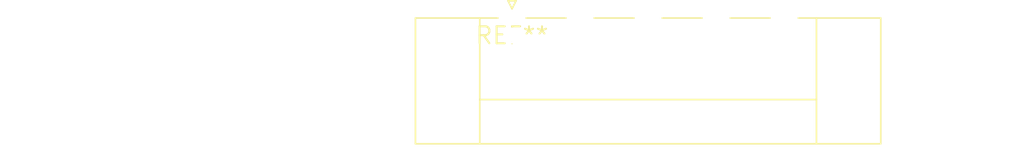
<source format=kicad_pcb>
(kicad_pcb (version 20240108) (generator pcbnew)
  (layers (0 "F.Cu" signal) (31 "B.Cu" signal) (34 "B.Paste" user) (35 "F.Paste" user) (36 "B.SilkS" user "B.Silkscreen") (37 "F.SilkS" user "F.Silkscreen") (38 "B.Mask" user) (39 "F.Mask" user) (44 "Edge.Cuts" user))
  (net 0 "")
  (footprint "PhoenixContact_MC_1,5_5-GF-5.08_1x05_P5.08mm_Horizontal_ThreadedFlange" (layer "F.Cu") (at 0 0)
    (property "Reference" "REF**")
    (property "Value" "PhoenixContact_MC_1,5_5-GF-5.08_1x05_P5.08mm_Horizontal_ThreadedFlange")
    (fp_line (start -7.21 -1.31) (end -7.21 8.11) (layer "F.SilkS") (stroke (width 0.12)))
    (fp_line (start -7.21 -1.31) (end -1.05 -1.31) (layer "F.SilkS") (stroke (width 0.12)))
    (fp_line (start -7.21 8.11) (end 27.53 8.11) (layer "F.SilkS") (stroke (width 0.12)))
    (fp_line (start -2.41 -1.31) (end -2.41 8.11) (layer "F.SilkS") (stroke (width 0.12)))
    (fp_line (start -2.41 4.8) (end 22.73 4.8) (layer "F.SilkS") (stroke (width 0.12)))
    (fp_line (start -0.3 -2.6) (end 0.3 -2.6) (layer "F.SilkS") (stroke (width 0.12)))
    (fp_line (start 0 -2) (end -0.3 -2.6) (layer "F.SilkS") (stroke (width 0.12)))
    (fp_line (start 0.3 -2.6) (end 0 -2) (layer "F.SilkS") (stroke (width 0.12)))
    (fp_line (start 1.05 -1.31) (end 4.03 -1.31) (layer "F.SilkS") (stroke (width 0.12)))
    (fp_line (start 6.13 -1.31) (end 9.11 -1.31) (layer "F.SilkS") (stroke (width 0.12)))
    (fp_line (start 11.21 -1.31) (end 14.19 -1.31) (layer "F.SilkS") (stroke (width 0.12)))
    (fp_line (start 16.29 -1.31) (end 19.27 -1.31) (layer "F.SilkS") (stroke (width 0.12)))
    (fp_line (start 22.73 -1.31) (end 22.73 8.11) (layer "F.SilkS") (stroke (width 0.12)))
    (fp_line (start 27.53 -1.31) (end 21.37 -1.31) (layer "F.SilkS") (stroke (width 0.12)))
    (fp_line (start 27.53 8.11) (end 27.53 -1.31) (layer "F.SilkS") (stroke (width 0.12)))
    (pad "1" thru_hole roundrect (at 0 0) (size 1.8 3.6) (drill 1.2) (layers *.Cu *.Mask) (remove_unused_layers) (roundrect_rratio 0.138889))
    (pad "2" thru_hole oval (at 5.08 0) (size 1.8 3.6) (drill 1.2) (layers *.Cu *.Mask) (remove_unused_layers))
    (pad "3" thru_hole oval (at 10.16 0) (size 1.8 3.6) (drill 1.2) (layers *.Cu *.Mask) (remove_unused_layers))
    (pad "4" thru_hole oval (at 15.24 0) (size 1.8 3.6) (drill 1.2) (layers *.Cu *.Mask) (remove_unused_layers))
    (pad "5" thru_hole oval (at 20.32 0) (size 1.8 3.6) (drill 1.2) (layers *.Cu *.Mask) (remove_unused_layers))
  )
)
</source>
